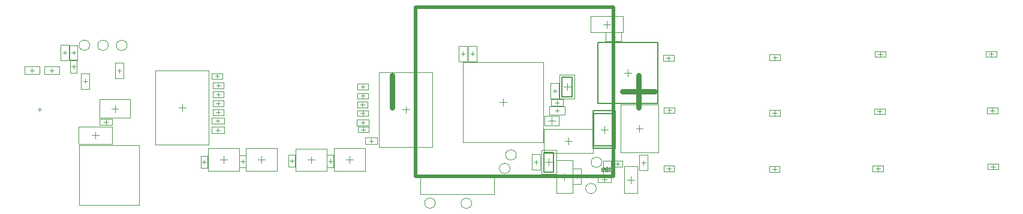
<source format=gbo>
G04*
G04 #@! TF.GenerationSoftware,Altium Limited,CircuitMaker,2.3.0 (2.3.0.3)*
G04*
G04 Layer_Color=13813960*
%FSLAX24Y24*%
%MOIN*%
G70*
G04*
G04 #@! TF.SameCoordinates,872E70D8-3D5D-4FD3-98FB-88626AD454E2*
G04*
G04*
G04 #@! TF.FilePolarity,Positive*
G04*
G01*
G75*
%ADD11C,0.0039*%
%ADD13C,0.0100*%
%ADD14C,0.0050*%
%ADD15C,0.0079*%
%ADD16C,0.0059*%
%ADD18C,0.0020*%
%ADD98C,0.0200*%
%ADD99C,0.0300*%
D11*
X4197Y3888D02*
X7544D01*
Y542D02*
Y3888D01*
X4197Y542D02*
X7544D01*
X4197D02*
Y3888D01*
X26015Y640D02*
G03*
X26015Y640I-295J0D01*
G01*
X33251Y2925D02*
G03*
X33251Y2925I-295J0D01*
G01*
X5818Y9449D02*
G03*
X5818Y9449I-295J0D01*
G01*
X6859Y9444D02*
G03*
X6859Y9444I-295J0D01*
G01*
X4780Y9454D02*
G03*
X4780Y9454I-295J0D01*
G01*
X28144Y2582D02*
G03*
X28144Y2582I-295J0D01*
G01*
X28494Y3332D02*
G03*
X28494Y3332I-295J0D01*
G01*
X32941Y1465D02*
G03*
X32941Y1465I-295J0D01*
G01*
X23988Y649D02*
G03*
X23988Y649I-295J0D01*
G01*
X4542Y7346D02*
Y7563D01*
X4434Y7455D02*
X4651D01*
X35147Y4818D02*
X35541D01*
X35344Y4621D02*
Y5015D01*
X19835Y6135D02*
X20051D01*
X19943Y6027D02*
Y6243D01*
X5983Y5913D02*
X6377D01*
X6180Y5717D02*
Y6110D01*
X14134Y3066D02*
X14528D01*
X14331Y2869D02*
Y3263D01*
X23154Y1127D02*
X27249D01*
Y2229D01*
X23154D02*
X27249D01*
X23154Y1127D02*
Y2229D01*
X27562Y6272D02*
X27956D01*
X27759Y6075D02*
Y6469D01*
X1573Y7947D02*
Y8163D01*
X1465Y8055D02*
X1681D01*
X2676Y7947D02*
Y8163D01*
X2567Y8055D02*
X2784D01*
X19965Y5027D02*
Y5243D01*
X19857Y5135D02*
X20074D01*
X20426Y4012D02*
Y4228D01*
X20317Y4120D02*
X20534D01*
X18047Y2987D02*
X18264D01*
X18155Y2879D02*
Y3095D01*
X15908Y3001D02*
X16125D01*
X16017Y2893D02*
Y3109D01*
X13173Y2978D02*
X13390D01*
X13281Y2870D02*
Y3087D01*
X11029Y2946D02*
X11246D01*
X11138Y2838D02*
Y3054D01*
X19218Y2866D02*
Y3260D01*
X19021Y3063D02*
X19414D01*
X17093Y2863D02*
Y3257D01*
X16897Y3060D02*
X17290D01*
X12228Y2865D02*
Y3259D01*
X12032Y3062D02*
X12425D01*
X11904Y5137D02*
Y5353D01*
X11796Y5245D02*
X12012D01*
X11909Y4612D02*
Y4829D01*
X11801Y4720D02*
X12017D01*
X22351Y5661D02*
Y6055D01*
X22154Y5858D02*
X22548D01*
X20874Y7925D02*
X23827D01*
X20874Y3791D02*
X23827D01*
X20874D02*
Y7925D01*
X23827Y3791D02*
Y7925D01*
X9922Y5775D02*
Y6169D01*
X9725Y5972D02*
X10119D01*
X8445Y3905D02*
X11398D01*
X8445Y8039D02*
X11398D01*
Y3905D02*
Y8039D01*
X8445Y3905D02*
Y8039D01*
X29492Y2925D02*
X29709D01*
X29600Y2816D02*
Y3033D01*
X30300Y2738D02*
Y3131D01*
X30104Y2935D02*
X30497D01*
X31876Y2037D02*
Y2253D01*
X31767Y2145D02*
X31984D01*
X30979Y2125D02*
X31373D01*
X31176Y1928D02*
Y2322D01*
X33278Y1975D02*
X33514D01*
X33396Y1857D02*
Y2093D01*
X36983Y2452D02*
Y2688D01*
X36865Y2570D02*
X37101D01*
X33546Y2487D02*
Y2703D01*
X33437Y2595D02*
X33654D01*
X34007Y2845D02*
X34224D01*
X34116Y2737D02*
Y2953D01*
X34870Y1754D02*
Y2148D01*
X34673Y1951D02*
X35067D01*
X35576Y2786D02*
Y3002D01*
X35467Y2894D02*
X35684D01*
X33189Y4745D02*
X33583D01*
X33386Y4548D02*
Y4942D01*
X33536Y10418D02*
Y10812D01*
X33339Y10615D02*
X33733D01*
X37001Y5712D02*
Y5948D01*
X36883Y5830D02*
X37119D01*
X36956Y8617D02*
Y8853D01*
X36838Y8735D02*
X37074D01*
X42871Y8652D02*
Y8888D01*
X42753Y8770D02*
X42989D01*
X42849Y2426D02*
Y2662D01*
X42731Y2544D02*
X42967D01*
X42735Y5675D02*
X42972D01*
X42853Y5557D02*
Y5793D01*
X48690Y5642D02*
Y5878D01*
X48572Y5760D02*
X48809D01*
X48728Y8837D02*
Y9073D01*
X48610Y8955D02*
X48846D01*
X48606Y2457D02*
Y2693D01*
X48488Y2575D02*
X48724D01*
X54878Y2685D02*
X55114D01*
X54996Y2567D02*
Y2803D01*
X54835Y5815D02*
X55072D01*
X54953Y5697D02*
Y5933D01*
X54893Y8847D02*
Y9083D01*
X54775Y8965D02*
X55012D01*
X33791Y9923D02*
X34007D01*
X33899Y9815D02*
Y10032D01*
X34509Y7905D02*
X34903D01*
X34706Y7708D02*
Y8102D01*
X26066Y8877D02*
Y9093D01*
X25957Y8985D02*
X26174D01*
X11823Y6713D02*
X12040D01*
X11932Y6605D02*
Y6822D01*
X11832Y7213D02*
X12049D01*
X11940Y7105D02*
Y7322D01*
X11810Y5715D02*
X12026D01*
X11918Y5607D02*
Y5823D01*
X11812Y6203D02*
X12029D01*
X11921Y6094D02*
Y6311D01*
X11748Y7734D02*
X11964D01*
X11856Y7625D02*
Y7842D01*
X30259Y5252D02*
X30653D01*
X30456Y5055D02*
Y5448D01*
X19847Y6625D02*
X20063D01*
X19955Y6517D02*
Y6733D01*
X19845Y5665D02*
X20062D01*
X19953Y5557D02*
Y5773D01*
X5570Y5175D02*
X5806D01*
X5688Y5057D02*
Y5293D01*
X3886Y8930D02*
Y9146D01*
X3777Y9038D02*
X3994D01*
X30769Y6144D02*
Y6361D01*
X30661Y6252D02*
X30877D01*
X3778Y8265D02*
X3994D01*
X3886Y8157D02*
Y8373D01*
X19859Y7149D02*
X20076D01*
X19968Y7040D02*
Y7257D01*
X30531Y6902D02*
X30747D01*
X30639Y6794D02*
Y7011D01*
X6326Y8027D02*
X6542D01*
X6434Y7918D02*
Y8135D01*
X3396Y8927D02*
Y9143D01*
X3287Y9035D02*
X3504D01*
X31319Y6941D02*
Y7335D01*
X31122Y7138D02*
X31516D01*
X19877Y4750D02*
X20094D01*
X19985Y4642D02*
Y4858D01*
X25417Y8986D02*
X25634D01*
X25526Y8878D02*
Y9094D01*
X30768Y5694D02*
Y5911D01*
X30660Y5802D02*
X30876D01*
X5100Y4228D02*
Y4622D01*
X4904Y4425D02*
X5297D01*
D13*
X22887Y11584D02*
X33911D01*
Y2135D02*
Y11584D01*
X22887Y2135D02*
X33911D01*
X22887D02*
Y11584D01*
D14*
X33386Y2441D02*
X33352Y2406D01*
X33283D01*
X33248Y2441D01*
Y2578D01*
X33283Y2612D01*
X33352D01*
X33386Y2578D01*
Y2509D01*
X33317D01*
X33455Y2406D02*
Y2612D01*
X33558D01*
X33592Y2578D01*
Y2544D01*
X33558Y2509D01*
X33455D01*
X33558D01*
X33592Y2475D01*
Y2441D01*
X33558Y2406D01*
X33455D01*
X33661Y2612D02*
X33730D01*
X33695D01*
Y2406D01*
X33661Y2441D01*
X33033Y6192D02*
X36379D01*
X33033Y9618D02*
X36379D01*
X33033Y6192D02*
Y9618D01*
X36379Y6192D02*
Y9618D01*
D15*
X32772Y3695D02*
X34000D01*
Y5795D01*
X32772D02*
X34000D01*
X32772Y3695D02*
Y5795D01*
D16*
X30576Y2385D02*
Y3485D01*
X30025Y2385D02*
X30576D01*
X30025D02*
Y3485D01*
X30576D01*
X31044Y6588D02*
Y7688D01*
X31595D01*
Y6588D02*
Y7688D01*
X31044Y6588D02*
X31595D01*
X32811Y3839D02*
X33961D01*
Y5650D01*
X32811D02*
X33961D01*
X32811Y3839D02*
Y5650D01*
D18*
X4306Y7022D02*
X4779D01*
X4306Y7888D02*
X4779D01*
X4306Y7022D02*
Y7888D01*
X4779Y7022D02*
Y7888D01*
X36388Y3480D02*
Y6157D01*
X34301Y3480D02*
Y6157D01*
X36388D01*
X34301Y3480D02*
X36388D01*
X19648Y5977D02*
Y6292D01*
X20238Y5977D02*
Y6292D01*
X19648D02*
X20238D01*
X19648Y5977D02*
X20238D01*
X5334Y5402D02*
Y6425D01*
X7027Y5402D02*
Y6425D01*
X5334D02*
X7027D01*
X5334Y5402D02*
X7027D01*
X13465Y2436D02*
Y3696D01*
X15197Y2436D02*
Y3696D01*
X13465D02*
X15197D01*
X13465Y2436D02*
X15197D01*
X30003Y4028D02*
Y8516D01*
X25515Y4028D02*
Y8516D01*
Y4028D02*
X30003D01*
X25515Y8516D02*
X30003D01*
X1160Y7838D02*
X1987D01*
X1160Y8271D02*
X1987D01*
Y7838D02*
Y8271D01*
X1160Y7838D02*
Y8271D01*
X2262Y8271D02*
X3089D01*
X2262Y7838D02*
X3089D01*
X2262D02*
Y8271D01*
X3089Y7838D02*
Y8271D01*
X19623Y4958D02*
X20307D01*
X19623Y5312D02*
X20307D01*
Y4958D02*
Y5312D01*
X19623Y4958D02*
Y5312D01*
X20084Y3943D02*
X20768D01*
X20084Y4297D02*
X20768D01*
Y3943D02*
Y4297D01*
X20084Y3943D02*
Y4297D01*
X18333Y2645D02*
Y3329D01*
X17978Y2645D02*
Y3329D01*
X18333D01*
X17978Y2645D02*
X18333D01*
X16194Y2659D02*
Y3343D01*
X15840Y2659D02*
Y3343D01*
X16194D01*
X15840Y2659D02*
X16194D01*
X13459Y2637D02*
Y3320D01*
X13104Y2637D02*
Y3320D01*
X13459D01*
X13104Y2637D02*
X13459D01*
X11315Y2604D02*
Y3288D01*
X10961Y2604D02*
Y3288D01*
X11315D01*
X10961Y2604D02*
X11315D01*
X18351Y2433D02*
X20084D01*
X18351Y3693D02*
X20084D01*
Y2433D02*
Y3693D01*
X18351Y2433D02*
Y3693D01*
X16227Y2430D02*
X17960D01*
X16227Y3690D02*
X17960D01*
Y2430D02*
Y3690D01*
X16227Y2430D02*
Y3690D01*
X11362Y2432D02*
X13094D01*
X11362Y3692D02*
X13094D01*
Y2432D02*
Y3692D01*
X11362Y2432D02*
Y3692D01*
X11562Y5422D02*
X12246D01*
X11562Y5068D02*
X12246D01*
X11562D02*
Y5422D01*
X12246Y5068D02*
Y5422D01*
X11567Y4897D02*
X12251D01*
X11567Y4543D02*
X12251D01*
X11567D02*
Y4897D01*
X12251Y4543D02*
Y4897D01*
X31201Y4113D02*
X31595D01*
X31398Y3916D02*
Y4310D01*
X32776Y3444D02*
Y4782D01*
X30020D02*
X32776D01*
X30020Y3444D02*
Y4782D01*
Y3444D02*
X32776D01*
X29364Y2492D02*
Y3358D01*
X29837Y2492D02*
Y3358D01*
X29364Y2492D02*
X29837D01*
X29364Y3358D02*
X29837D01*
X29887Y3604D02*
X30714D01*
X29887Y2265D02*
X30714D01*
Y3604D01*
X29887Y2265D02*
Y3604D01*
X31640Y2578D02*
X32112D01*
X31640Y1712D02*
X32112D01*
Y2578D01*
X31640Y1712D02*
Y2578D01*
X30723Y1219D02*
Y3030D01*
X31628Y1219D02*
Y3030D01*
X30723Y1219D02*
X31628D01*
X30723Y3030D02*
X31628D01*
X33750Y1798D02*
Y2152D01*
X33041Y1798D02*
Y2152D01*
Y1798D02*
X33750D01*
X33041Y2152D02*
X33750D01*
X36688Y2412D02*
X37279D01*
X36688Y2727D02*
X37279D01*
Y2412D02*
Y2727D01*
X36688Y2412D02*
Y2727D01*
X33329Y2182D02*
X33762D01*
X33329Y3008D02*
X33762D01*
X33329Y2182D02*
Y3008D01*
X33762Y2182D02*
Y3008D01*
X33820Y2687D02*
Y3002D01*
X34411Y2687D02*
Y3002D01*
X33820D02*
X34411D01*
X33820Y2687D02*
X34411D01*
X34496Y1203D02*
X35244D01*
X34496Y2699D02*
X35244D01*
X34496Y1203D02*
Y2699D01*
X35244Y1203D02*
Y2699D01*
X35340Y2461D02*
X35812D01*
X35340Y3327D02*
X35812D01*
X35340Y2461D02*
Y3327D01*
X35812Y2461D02*
Y3327D01*
X32630Y11068D02*
X34441D01*
X32630Y10162D02*
X34441D01*
X32630D02*
Y11068D01*
X34441Y10162D02*
Y11068D01*
X36706Y5672D02*
X37296D01*
X36706Y5987D02*
X37296D01*
Y5672D02*
Y5987D01*
X36706Y5672D02*
Y5987D01*
X36660Y8577D02*
X37251D01*
X36660Y8892D02*
X37251D01*
Y8577D02*
Y8892D01*
X36660Y8577D02*
Y8892D01*
X42576Y8612D02*
X43166D01*
X42576Y8927D02*
X43166D01*
Y8612D02*
Y8927D01*
X42576Y8612D02*
Y8927D01*
X42553Y2387D02*
X43144D01*
X42553Y2702D02*
X43144D01*
Y2387D02*
Y2702D01*
X42553Y2387D02*
Y2702D01*
X42558Y5517D02*
Y5832D01*
X43149Y5517D02*
Y5832D01*
X42558D02*
X43149D01*
X42558Y5517D02*
X43149D01*
X48395Y5602D02*
X48986D01*
X48395Y5917D02*
X48986D01*
Y5602D02*
Y5917D01*
X48395Y5602D02*
Y5917D01*
X48433Y8797D02*
X49023D01*
X48433Y9112D02*
X49023D01*
Y8797D02*
Y9112D01*
X48433Y8797D02*
Y9112D01*
X48310Y2417D02*
X48901D01*
X48310Y2732D02*
X48901D01*
Y2417D02*
Y2732D01*
X48310Y2417D02*
Y2732D01*
X54700Y2527D02*
Y2842D01*
X55291Y2527D02*
Y2842D01*
X54700D02*
X55291D01*
X54700Y2527D02*
X55291D01*
X54658Y5657D02*
Y5972D01*
X55249Y5657D02*
Y5972D01*
X54658D02*
X55249D01*
X54658Y5657D02*
X55249D01*
X54598Y8807D02*
X55189D01*
X54598Y9122D02*
X55189D01*
Y8807D02*
Y9122D01*
X54598Y8807D02*
Y9122D01*
X34332Y9687D02*
Y10160D01*
X33466Y9687D02*
Y10160D01*
Y9687D02*
X34332D01*
X33466Y10160D02*
X34332D01*
X25830Y9418D02*
X26302D01*
X25830Y8552D02*
X26302D01*
Y9418D01*
X25830Y8552D02*
Y9418D01*
X12227Y6556D02*
Y6871D01*
X11636Y6556D02*
Y6871D01*
Y6556D02*
X12227D01*
X11636Y6871D02*
X12227D01*
X12236Y7056D02*
Y7371D01*
X11645Y7056D02*
Y7371D01*
Y7056D02*
X12236D01*
X11645Y7371D02*
X12236D01*
X12213Y5557D02*
Y5872D01*
X11623Y5557D02*
Y5872D01*
Y5557D02*
X12213D01*
X11623Y5872D02*
X12213D01*
X12216Y6045D02*
Y6360D01*
X11625Y6045D02*
Y6360D01*
Y6045D02*
X12216D01*
X11625Y6360D02*
X12216D01*
X12151Y7576D02*
Y7891D01*
X11561Y7576D02*
Y7891D01*
Y7576D02*
X12151D01*
X11561Y7891D02*
X12151D01*
X30860Y4986D02*
Y5517D01*
X30052Y4986D02*
Y5517D01*
Y4986D02*
X30860D01*
X30052Y5517D02*
X30860D01*
X19660Y6467D02*
Y6782D01*
X20250Y6467D02*
Y6782D01*
X19660D02*
X20250D01*
X19660Y6467D02*
X20250D01*
X19658Y5507D02*
Y5822D01*
X20249Y5507D02*
Y5822D01*
X19658D02*
X20249D01*
X19658Y5507D02*
X20249D01*
X6042Y4998D02*
Y5352D01*
X5333Y4998D02*
Y5352D01*
Y4998D02*
X6042D01*
X5333Y5352D02*
X6042D01*
X3669Y8625D02*
X4102D01*
X3669Y9451D02*
X4102D01*
X3669Y8625D02*
Y9451D01*
X4102Y8625D02*
Y9451D01*
X30427Y6429D02*
X31111D01*
X30427Y6075D02*
X31111D01*
X30427D02*
Y6429D01*
X31111Y6075D02*
Y6429D01*
X3709Y7923D02*
Y8607D01*
X4063Y7923D02*
Y8607D01*
X3709Y7923D02*
X4063D01*
X3709Y8607D02*
X4063D01*
X19672Y6991D02*
Y7306D01*
X20263Y6991D02*
Y7306D01*
X19672D02*
X20263D01*
X19672Y6991D02*
X20263D01*
X30875Y6469D02*
Y7335D01*
X30403Y6469D02*
Y7335D01*
X30875D01*
X30403Y6469D02*
X30875D01*
X6670Y7594D02*
Y8460D01*
X6198Y7594D02*
Y8460D01*
X6670D01*
X6198Y7594D02*
X6670D01*
X3160Y8602D02*
X3632D01*
X3160Y9468D02*
X3632D01*
X3160Y8602D02*
Y9468D01*
X3632Y8602D02*
Y9468D01*
X30906Y6469D02*
X31733D01*
X30906Y7807D02*
X31733D01*
X30906Y6469D02*
Y7807D01*
X31733Y6469D02*
Y7807D01*
X19690Y4593D02*
Y4907D01*
X20281Y4593D02*
Y4907D01*
X19690D02*
X20281D01*
X19690Y4593D02*
X20281D01*
X25762Y8553D02*
Y9419D01*
X25290Y8553D02*
Y9419D01*
X25762D01*
X25290Y8553D02*
X25762D01*
X30335Y5566D02*
X31201D01*
X30335Y6039D02*
X31201D01*
Y5566D02*
Y6039D01*
X30335Y5566D02*
Y6039D01*
X4156Y3952D02*
X6045D01*
X4156Y4897D02*
X6045D01*
Y3952D02*
Y4897D01*
X4156Y3952D02*
Y4897D01*
X1902Y5868D02*
X2099D01*
X2001Y5769D02*
Y5966D01*
D98*
X22887Y11584D02*
X33911D01*
X22887Y2135D02*
X33911D01*
Y11584D01*
X22887Y2135D02*
Y11584D01*
D99*
X21599Y5959D02*
Y7759D01*
X35299Y5959D02*
Y7759D01*
X34399Y6859D02*
X36199D01*
M02*

</source>
